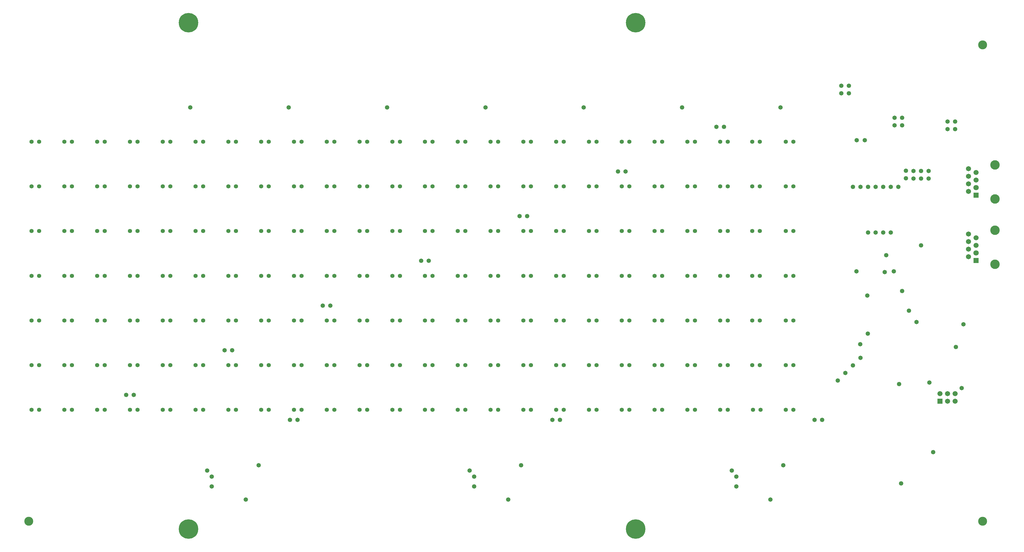
<source format=gbs>
%FSLAX25Y25*%
%MOIN*%
G70*
G01*
G75*
G04 Layer_Color=16711935*
%ADD10C,0.03937*%
%ADD11R,0.12992X0.07874*%
%ADD12R,0.22638X0.25590*%
%ADD13R,0.04921X0.12008*%
%ADD14O,0.02362X0.08661*%
%ADD15R,0.03543X0.03543*%
%ADD16O,0.02165X0.06890*%
%ADD17O,0.06890X0.02165*%
%ADD18R,0.03347X0.03347*%
%ADD19R,0.03937X0.03937*%
%ADD20R,0.06299X0.11811*%
%ADD21R,0.07874X0.23622*%
%ADD22R,0.06299X0.02362*%
%ADD23R,0.04724X0.13780*%
%ADD24R,0.08661X0.09252*%
%ADD25R,0.06102X0.09252*%
%ADD26R,0.03347X0.06693*%
%ADD27R,0.21850X0.25590*%
%ADD28R,0.02362X0.08661*%
%ADD29C,0.05000*%
%ADD30C,0.02000*%
%ADD31C,0.03000*%
%ADD32C,0.01500*%
%ADD33C,0.02500*%
%ADD34C,0.01000*%
%ADD35C,0.25000*%
%ADD36C,0.04724*%
%ADD37C,0.04724*%
%ADD38R,0.05906X0.05906*%
%ADD39C,0.05906*%
%ADD40C,0.05906*%
%ADD41C,0.06299*%
%ADD42C,0.11614*%
%ADD43R,0.05906X0.05906*%
%ADD44C,0.05000*%
%ADD45C,0.03937*%
%ADD46C,0.00984*%
%ADD47C,0.02362*%
%ADD48C,0.00787*%
%ADD49C,0.11811*%
%ADD50R,0.13792X0.08674*%
%ADD51R,0.23438X0.26391*%
%ADD52R,0.05721X0.12808*%
%ADD53O,0.03162X0.09461*%
%ADD54R,0.04343X0.04343*%
%ADD55O,0.02965X0.07690*%
%ADD56O,0.07690X0.02965*%
%ADD57C,0.09843*%
%ADD58R,0.04147X0.04147*%
%ADD59R,0.04737X0.04737*%
%ADD60R,0.07099X0.12611*%
%ADD61R,0.08674X0.24422*%
%ADD62R,0.07099X0.03162*%
%ADD63R,0.05524X0.14579*%
%ADD64R,0.09461X0.10052*%
%ADD65R,0.06902X0.10052*%
%ADD66R,0.04147X0.07493*%
%ADD67R,0.22650X0.26391*%
%ADD68R,0.03162X0.09461*%
%ADD69C,0.25800*%
%ADD70C,0.05524*%
%ADD71C,0.05524*%
%ADD72R,0.06706X0.06706*%
%ADD73C,0.06706*%
%ADD74C,0.06706*%
%ADD75C,0.07099*%
%ADD76C,0.12414*%
%ADD77R,0.06706X0.06706*%
%ADD78C,0.05800*%
%ADD79C,0.11811*%
D69*
X1273851Y737800D02*
D03*
X683300D02*
D03*
X1273851Y68509D02*
D03*
X683300D02*
D03*
D70*
X1255665Y580551D02*
D03*
X1265664D02*
D03*
X1298972Y403386D02*
D03*
X1308972D02*
D03*
X1385586Y580551D02*
D03*
X1472200Y226221D02*
D03*
X1482200D02*
D03*
X1395586Y580551D02*
D03*
X486137D02*
D03*
X476137D02*
D03*
X486137Y521496D02*
D03*
Y462441D02*
D03*
X476137D02*
D03*
X486137Y403386D02*
D03*
X476137D02*
D03*
X486137Y344331D02*
D03*
X476137D02*
D03*
X486137Y285276D02*
D03*
X476137D02*
D03*
X486137Y226221D02*
D03*
X476137D02*
D03*
X529444Y580551D02*
D03*
X519444D02*
D03*
X529444Y521496D02*
D03*
X519444D02*
D03*
X529444Y462441D02*
D03*
X519444D02*
D03*
X529444Y403386D02*
D03*
X519444D02*
D03*
X529444Y344331D02*
D03*
X519444D02*
D03*
X529444Y285276D02*
D03*
X519444D02*
D03*
X529444Y226221D02*
D03*
X519444D02*
D03*
X572751Y580551D02*
D03*
X562751D02*
D03*
X572751Y521496D02*
D03*
X562751D02*
D03*
X572751Y462441D02*
D03*
X562751D02*
D03*
X572751Y403386D02*
D03*
X562751D02*
D03*
X572751Y344331D02*
D03*
X562751D02*
D03*
X572751Y285276D02*
D03*
X562751D02*
D03*
X572751Y226221D02*
D03*
X562751D02*
D03*
X616058Y580551D02*
D03*
X606058D02*
D03*
X616058Y521496D02*
D03*
X606058D02*
D03*
X616058Y462441D02*
D03*
X606058D02*
D03*
X616058Y403386D02*
D03*
X606058D02*
D03*
X616058Y344331D02*
D03*
X606058D02*
D03*
X616058Y285276D02*
D03*
X606058D02*
D03*
X616058Y226221D02*
D03*
X606058D02*
D03*
X659365Y580551D02*
D03*
X649365D02*
D03*
X659365Y521496D02*
D03*
X649365D02*
D03*
X659365Y462441D02*
D03*
X649365D02*
D03*
X659365Y403386D02*
D03*
X649365D02*
D03*
X659365Y344331D02*
D03*
X649365D02*
D03*
X659365Y285276D02*
D03*
X649365D02*
D03*
X659365Y226221D02*
D03*
X649365D02*
D03*
X702672Y580551D02*
D03*
X692672D02*
D03*
X702672Y521496D02*
D03*
X692672D02*
D03*
X702672Y462441D02*
D03*
X692672D02*
D03*
X702672Y403386D02*
D03*
X692672D02*
D03*
X702672Y344331D02*
D03*
X692672D02*
D03*
X702672Y285276D02*
D03*
X692672D02*
D03*
X702672Y226221D02*
D03*
X692672D02*
D03*
X745979Y580551D02*
D03*
X735980D02*
D03*
X745979Y521496D02*
D03*
X735980D02*
D03*
X745979Y462441D02*
D03*
X735980D02*
D03*
X745979Y403386D02*
D03*
X735980D02*
D03*
X745979Y344331D02*
D03*
X735980D02*
D03*
X745979Y285276D02*
D03*
X735980D02*
D03*
X745979Y226221D02*
D03*
X735980D02*
D03*
X789287Y580551D02*
D03*
X779287D02*
D03*
X789287Y521496D02*
D03*
X779287D02*
D03*
X789287Y462441D02*
D03*
X779287D02*
D03*
X789287Y403386D02*
D03*
X779287D02*
D03*
X789287Y344331D02*
D03*
X779287D02*
D03*
X789287Y285276D02*
D03*
X779287D02*
D03*
X789287Y226221D02*
D03*
X779287D02*
D03*
X832594Y580551D02*
D03*
X822594D02*
D03*
X832594Y521496D02*
D03*
X822594D02*
D03*
X832594Y462441D02*
D03*
X822594D02*
D03*
X832594Y403386D02*
D03*
X822594D02*
D03*
X832594Y344331D02*
D03*
X822594D02*
D03*
X832594Y285276D02*
D03*
X822594D02*
D03*
X832594Y226221D02*
D03*
X822594D02*
D03*
X875901Y580551D02*
D03*
X865901D02*
D03*
X875901Y521496D02*
D03*
X865901D02*
D03*
X875901Y462441D02*
D03*
X865901D02*
D03*
X875901Y403386D02*
D03*
X865901D02*
D03*
X875901Y344331D02*
D03*
X865901D02*
D03*
X875901Y285276D02*
D03*
X865901D02*
D03*
X875901Y226221D02*
D03*
X865901D02*
D03*
X919208Y580551D02*
D03*
X909208D02*
D03*
X919208Y521496D02*
D03*
X909208D02*
D03*
X919208Y462441D02*
D03*
X909208D02*
D03*
X919208Y403386D02*
D03*
X909208D02*
D03*
X919208Y344331D02*
D03*
X909208D02*
D03*
X919208Y285276D02*
D03*
X909208D02*
D03*
X919208Y226221D02*
D03*
X909208D02*
D03*
X962515Y580551D02*
D03*
X952515D02*
D03*
X962515Y521496D02*
D03*
X952515D02*
D03*
X962515Y462441D02*
D03*
X952515D02*
D03*
X962515Y403386D02*
D03*
X952515D02*
D03*
X962515Y344331D02*
D03*
X952515D02*
D03*
X962515Y285276D02*
D03*
X952515D02*
D03*
X962515Y226221D02*
D03*
X952515D02*
D03*
X1005822Y580551D02*
D03*
X995822D02*
D03*
X1005822Y521496D02*
D03*
X995822D02*
D03*
X1005822Y462441D02*
D03*
X995822D02*
D03*
X1005822Y403386D02*
D03*
X995822D02*
D03*
X1005822Y344331D02*
D03*
X995822D02*
D03*
X1005822Y285276D02*
D03*
X995822D02*
D03*
X1005822Y226221D02*
D03*
X995822D02*
D03*
X1049129Y580551D02*
D03*
X1039129D02*
D03*
X1049129Y521496D02*
D03*
X1039129D02*
D03*
X1049129Y462441D02*
D03*
X1039129D02*
D03*
X1049129Y403386D02*
D03*
X1039129D02*
D03*
X1049129Y344331D02*
D03*
X1039129D02*
D03*
X1049129Y285276D02*
D03*
X1039129D02*
D03*
X1049129Y226221D02*
D03*
X1039129D02*
D03*
X1092436Y580551D02*
D03*
X1082436D02*
D03*
X1092436Y521496D02*
D03*
X1082436D02*
D03*
X1092436Y462441D02*
D03*
X1082436D02*
D03*
X1092436Y403386D02*
D03*
X1082436D02*
D03*
X1092436Y344331D02*
D03*
X1082436D02*
D03*
X1092436Y285276D02*
D03*
X1082436D02*
D03*
X1092436Y226221D02*
D03*
X1082436D02*
D03*
X1135743Y580551D02*
D03*
X1125743D02*
D03*
X1135743Y521496D02*
D03*
X1125743D02*
D03*
X1135743Y462441D02*
D03*
X1125743D02*
D03*
X1135743Y403386D02*
D03*
X1125743D02*
D03*
X1135743Y344331D02*
D03*
X1125743D02*
D03*
X1135743Y285276D02*
D03*
X1125743D02*
D03*
X1135743Y226221D02*
D03*
X1125743D02*
D03*
X1179050Y580551D02*
D03*
X1169050D02*
D03*
X1179050Y521496D02*
D03*
X1169050D02*
D03*
X1179050Y462441D02*
D03*
X1169050D02*
D03*
X1179050Y403386D02*
D03*
X1169050D02*
D03*
X1179050Y344331D02*
D03*
X1169050D02*
D03*
X1179050Y285276D02*
D03*
X1169050D02*
D03*
X1179050Y226221D02*
D03*
X1169050D02*
D03*
X1222357Y580551D02*
D03*
X1212358D02*
D03*
X1222357Y521496D02*
D03*
X1212358D02*
D03*
X1222357Y462441D02*
D03*
X1212358D02*
D03*
X1222357Y403386D02*
D03*
X1212358D02*
D03*
X1222357Y344331D02*
D03*
X1212358D02*
D03*
X1222357Y285276D02*
D03*
X1212358D02*
D03*
X1222357Y226221D02*
D03*
X1212358D02*
D03*
X1265664Y521496D02*
D03*
X1255665D02*
D03*
X1265664Y462441D02*
D03*
X1255665D02*
D03*
X1265664Y403386D02*
D03*
X1255665D02*
D03*
X1265664Y344331D02*
D03*
X1255665D02*
D03*
X1265664Y285276D02*
D03*
X1255665D02*
D03*
X1265664Y226221D02*
D03*
X1255665D02*
D03*
X1308972Y580551D02*
D03*
X1298972D02*
D03*
X1308972Y521496D02*
D03*
X1298972D02*
D03*
X1308972Y462441D02*
D03*
X1298972D02*
D03*
X1308972Y344331D02*
D03*
X1298972D02*
D03*
X1308972Y285276D02*
D03*
X1298972D02*
D03*
X1308972Y226221D02*
D03*
X1298972D02*
D03*
X1352279Y580551D02*
D03*
X1342279D02*
D03*
X1352279Y521496D02*
D03*
X1342279D02*
D03*
X1352279Y462441D02*
D03*
X1342279D02*
D03*
X1352279Y403386D02*
D03*
X1342279D02*
D03*
X1352279Y344331D02*
D03*
X1342279D02*
D03*
X1352279Y285276D02*
D03*
X1342279D02*
D03*
X1352279Y226221D02*
D03*
X1342279D02*
D03*
X1395586Y521496D02*
D03*
X1385586D02*
D03*
X1395586Y462441D02*
D03*
X1385586D02*
D03*
X1395586Y403386D02*
D03*
X1385586D02*
D03*
X1395586Y344331D02*
D03*
X1385586D02*
D03*
X1395586Y285276D02*
D03*
X1385586D02*
D03*
X1395586Y226221D02*
D03*
X1385586D02*
D03*
X1437877Y580543D02*
D03*
X1427877D02*
D03*
X1437877Y521488D02*
D03*
X1427877D02*
D03*
X1437877Y462433D02*
D03*
X1427877D02*
D03*
X1437877Y403378D02*
D03*
X1427877D02*
D03*
X1437877Y344323D02*
D03*
X1427877D02*
D03*
X1437877Y285268D02*
D03*
X1427877D02*
D03*
X1438893Y226221D02*
D03*
X1428893D02*
D03*
X1472200Y580551D02*
D03*
Y521496D02*
D03*
Y462441D02*
D03*
Y403386D02*
D03*
Y344331D02*
D03*
Y285276D02*
D03*
X1482200Y580551D02*
D03*
Y521496D02*
D03*
Y462441D02*
D03*
Y403386D02*
D03*
Y344331D02*
D03*
Y285276D02*
D03*
D71*
X476137Y521496D02*
D03*
D72*
X1676071Y237551D02*
D03*
D73*
Y247551D02*
D03*
X1686071Y237551D02*
D03*
Y247551D02*
D03*
X1696071Y237551D02*
D03*
Y247551D02*
D03*
D74*
X1713571Y448705D02*
D03*
Y438705D02*
D03*
X1723571Y443705D02*
D03*
X1713575Y535043D02*
D03*
Y525043D02*
D03*
X1723575Y530043D02*
D03*
X1713575Y515043D02*
D03*
X1723575Y540043D02*
D03*
X1713575Y545043D02*
D03*
X1713571Y428705D02*
D03*
X1723571Y453705D02*
D03*
X1713571Y458705D02*
D03*
D75*
X1723571Y433705D02*
D03*
X1723575Y520043D02*
D03*
D76*
X1748571Y418705D02*
D03*
Y463705D02*
D03*
X1748575Y505043D02*
D03*
Y550043D02*
D03*
D77*
X1723575Y510043D02*
D03*
X1723571Y423705D02*
D03*
D78*
X600983Y245942D02*
D03*
X610983D02*
D03*
X730904Y304997D02*
D03*
X740904D02*
D03*
X860825Y364052D02*
D03*
X870825D02*
D03*
X990746Y423107D02*
D03*
X1000747D02*
D03*
X1120668Y482162D02*
D03*
X1130668D02*
D03*
X1250589Y541218D02*
D03*
X1260589D02*
D03*
X815704Y626000D02*
D03*
X945625D02*
D03*
X1205468D02*
D03*
X1335389D02*
D03*
X1075546D02*
D03*
X685783D02*
D03*
X1105504Y107599D02*
D03*
X1060591Y124858D02*
D03*
X1122591Y152858D02*
D03*
X1060591Y137858D02*
D03*
X714134D02*
D03*
Y124858D02*
D03*
X759047Y107599D02*
D03*
X776134Y152858D02*
D03*
X827487Y213000D02*
D03*
X817487D02*
D03*
X708134Y145858D02*
D03*
X1173943Y213000D02*
D03*
X1163943D02*
D03*
X1054591Y145858D02*
D03*
X1465310Y626000D02*
D03*
X1390510Y600273D02*
D03*
X1380510D02*
D03*
X1407047Y137858D02*
D03*
X1469047Y152858D02*
D03*
X1451961Y107598D02*
D03*
X1407047Y124858D02*
D03*
X1401047Y145858D02*
D03*
X1704811Y254961D02*
D03*
X1667071Y170205D02*
D03*
X1622071Y260205D02*
D03*
X1603071Y408205D02*
D03*
X1626071Y383205D02*
D03*
X1580500Y327000D02*
D03*
X1645071Y342205D02*
D03*
X1661000Y542000D02*
D03*
X1631071Y542205D02*
D03*
Y532205D02*
D03*
X1661000Y532000D02*
D03*
X1651000Y542000D02*
D03*
X1641000D02*
D03*
Y532000D02*
D03*
X1651000D02*
D03*
X1662071Y262205D02*
D03*
X1707071Y339205D02*
D03*
X1697071Y309205D02*
D03*
X1570800Y312800D02*
D03*
X1635071Y357205D02*
D03*
X1580071Y377205D02*
D03*
X1686071Y607205D02*
D03*
X1696071D02*
D03*
Y597205D02*
D03*
X1686071D02*
D03*
X1566071Y582705D02*
D03*
X1651071Y443705D02*
D03*
X1565571Y409205D02*
D03*
X1615071D02*
D03*
X1576571Y582705D02*
D03*
X1605071Y430705D02*
D03*
X1616071Y602205D02*
D03*
Y612205D02*
D03*
X1626071Y602205D02*
D03*
Y612205D02*
D03*
X1561000Y285000D02*
D03*
X1551000Y275000D02*
D03*
X1541000Y265000D02*
D03*
X1571000Y295000D02*
D03*
X1621000Y521000D02*
D03*
X1611000D02*
D03*
X1601000D02*
D03*
X1591000D02*
D03*
X1581000D02*
D03*
X1571000D02*
D03*
X1561000D02*
D03*
X1611000Y460528D02*
D03*
X1601000D02*
D03*
X1591000D02*
D03*
X1581000D02*
D03*
X1510400Y213000D02*
D03*
X1520400D02*
D03*
X1545500Y644500D02*
D03*
X1555500D02*
D03*
Y654500D02*
D03*
X1545500D02*
D03*
X1624500Y129000D02*
D03*
D79*
X1732284Y708661D02*
D03*
Y78740D02*
D03*
X472441D02*
D03*
M02*

</source>
